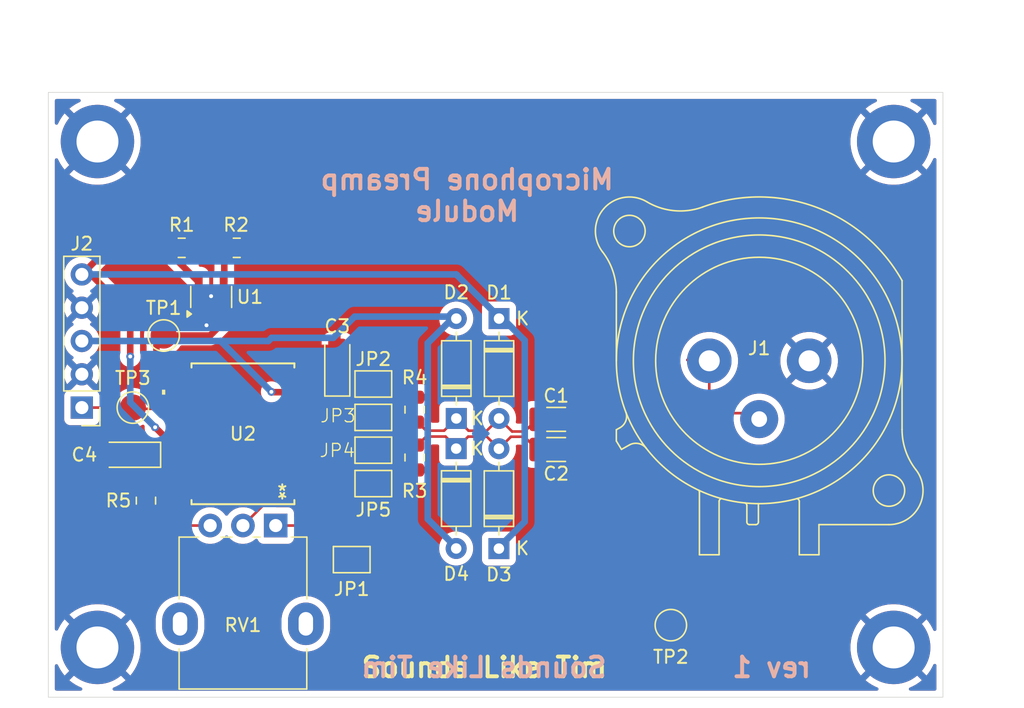
<source format=kicad_pcb>
(kicad_pcb (version 20241229) (generator "pcbnew") (generator_version "9.0")
  (title_block (title "PreAmp PCB") (date "2025-05-08") (rev "1"))
  (layers (0 "F.Cu" signal) (2 "B.Cu" signal) (13 "F.Paste" user) (15 "B.Paste" user) (5 "F.SilkS" user "F.Silkscreen") (7 "B.SilkS" user "B.Silkscreen") (1 "F.Mask" user) (3 "B.Mask" user) (25 "Edge.Cuts" user))
  (net 0 "")
  (net 1 "GND")
  (net 2 "-6V")
  (net 3 "6V")
  (net 4 "Out")
  (net 5 "Net-(U1--)")
  (net 6 "Net-(R5-Pad1)")
  (net 7 "Net-(U2-RG2)")
  (net 8 "Net-(U2-RG1)")
  (net 9 "1.6V")
  (net 18 "/In+")
  (net 19 "/In-")
  (net 20 "Net-(JP1-A)")
  (net 21 "/XLR+")
  (net 22 "/Cont+")
  (net 23 "/Cont-")
  (net 24 "/XLR-")
  (footprint "Capacitor_SMD:C_0805_2012Metric" (layer "F.Cu") (at 143.2 99.06 90)
    (property "Reference" "R4" (at 2.45 0 180) (layer "F.SilkS"))
    (property "Value" "2.2K")
    (fp_line (start -0.261252 -0.735) (end 0.261252 -0.735) (stroke (width 0.12)) (layer "F.SilkS"))
    (fp_line (start -0.261252 0.735) (end 0.261252 0.735) (stroke (width 0.12)) (layer "F.SilkS"))
    (pad "1" smd roundrect (at -0.95 0 90) (size 1 1.45) (layers "F.Cu" "F.Mask" "F.Paste") (net 22 "/Cont+"))
    (pad "2" smd roundrect (at 0.95 0 90) (size 1 1.45) (layers "F.Cu" "F.Mask" "F.Paste") (net 1 "GND"))
  )
  (footprint "TestPoint:TestPoint_Pad_D2.0mm" (layer "F.Cu") (at 124.052 93.4)
    (property "Reference" "TP1" (at 0 -2.1 0) (layer "F.SilkS"))
    (property "Value" "TestPoint")
    (fp_circle (center 0 0) (end 0 1.2) (stroke (width 0.12)) (fill no) (layer "F.SilkS"))
    (pad "1" smd circle (at 0 0) (size 2 2) (layers "F.Cu" "F.Mask") (net 9 "1.6V"))
  )
  (footprint "Potentiometer_THT:Potentiometer_Alpha_RD901F-40-00D_Single_Vertical" (layer "F.Cu") (at 132.6 107.9 -90)
    (property "Reference" "RV1" (at 7.6 2.5 180) (layer "F.SilkS"))
    (property "Value" "R_Potentiometer" (hide yes))
    (fp_line (start 0.88 7.37) (end 5.6 7.37) (stroke (width 0.12)) (layer "F.SilkS"))
    (fp_line (start 0.88 7.37) (end 0.88 5.88) (stroke (width 0.12)) (layer "F.SilkS"))
    (fp_line (start 9.41 7.37) (end 12.47 7.37) (stroke (width 0.12)) (layer "F.SilkS"))
    (fp_line (start 12.47 7.37) (end 12.47 -2.37) (stroke (width 0.12)) (layer "F.SilkS"))
    (fp_line (start 0.88 4.16) (end 0.88 3.33) (stroke (width 0.12)) (layer "F.SilkS"))
    (fp_line (start 0.88 1.71) (end 0.88 1.18) (stroke (width 0.12)) (layer "F.SilkS"))
    (fp_line (start 0.88 -1.19) (end 0.88 -2.37) (stroke (width 0.12)) (layer "F.SilkS"))
    (fp_line (start 9.41 -2.37) (end 12.47 -2.37) (stroke (width 0.12)) (layer "F.SilkS"))
    (fp_line (start 0.88 -2.38) (end 5.6 -2.38) (stroke (width 0.12)) (layer "F.SilkS"))
    (pad "" thru_hole oval (at 7.5 -2.3) (size 2.72 3.24) (drill oval 1.1 1.8) (layers "*.Cu" "*.Mask"))
    (pad "" thru_hole oval (at 7.5 7.3) (size 2.72 3.24) (drill oval 1.1 1.8) (layers "*.Cu" "*.Mask"))
    (pad "1" thru_hole rect (at 0 0) (size 1.8 1.8) (drill 1) (layers "*.Cu" "*.Mask") (net 20 "Net-(JP1-A)"))
    (pad "2" thru_hole circle (at 0 2.5) (size 1.8 1.8) (drill 1) (layers "*.Cu" "*.Mask") (net 8 "Net-(U2-RG1)"))
    (pad "3" thru_hole circle (at 0 5) (size 1.8 1.8) (drill 1) (layers "*.Cu" "*.Mask") (net 6 "Net-(R5-Pad1)"))
  )
  (footprint "Capacitor_SMD:C_0805_2012Metric" (layer "F.Cu") (at 122.7 106 90)
    (property "Reference" "R5" (at 0 -2.1 0) (layer "F.SilkS"))
    (property "Value" "27R")
    (fp_line (start -0.261252 -0.735) (end 0.261252 -0.735) (stroke (width 0.12)) (layer "F.SilkS"))
    (fp_line (start -0.261252 0.735) (end 0.261252 0.735) (stroke (width 0.12)) (layer "F.SilkS"))
    (pad "1" smd roundrect (at -0.95 0 90) (size 1 1.45) (layers "F.Cu" "F.Mask" "F.Paste") (net 6 "Net-(R5-Pad1)"))
    (pad "2" smd roundrect (at 0.95 0 90) (size 1 1.45) (layers "F.Cu" "F.Mask" "F.Paste") (net 7 "Net-(U2-RG2)"))
  )
  (footprint "Connector_Audio:Jack_XLR_Neutrik_NC3FAAV-0_Vertical" (layer "F.Cu") (at 173.3 95.33)
    (property "Reference" "J1" (at -3.81 -0.95 0) (layer "F.SilkS"))
    (property "Value" "XLR3")
    (fp_line (start -14.71 0) (end -14.71 -5.24) (stroke (width 0.12)) (layer "F.SilkS"))
    (fp_line (start -14.71 5.26) (end -14.44 5.11) (stroke (width 0.12)) (layer "F.SilkS"))
    (fp_line (start -14.71 6.12) (end -14.71 5.26) (stroke (width 0.12)) (layer "F.SilkS"))
    (fp_line (start -14.32 6.76) (end -14.71 6.12) (stroke (width 0.12)) (layer "F.SilkS"))
    (fp_line (start -13.71 6.42) (end -14.32 6.76) (stroke (width 0.12)) (layer "F.SilkS"))
    (fp_line (start -8.37 10.03) (end -8.37 14.8) (stroke (width 0.12)) (layer "F.SilkS"))
    (fp_line (start -6.87 14.8) (end -8.37 14.8) (stroke (width 0.12)) (layer "F.SilkS"))
    (fp_line (start -6.87 14.8) (end -6.87 10.73) (stroke (width 0.12)) (layer "F.SilkS"))
    (fp_line (start -4.75 11.04) (end -4.75 12.3) (stroke (width 0.12)) (layer "F.SilkS"))
    (fp_line (start -4.07 12.5) (end -4.55 12.5) (stroke (width 0.12)) (layer "F.SilkS"))
    (fp_line (start -3.87 10.9) (end -3.87 12.3) (stroke (width 0.12)) (layer "F.SilkS"))
    (fp_line (start -0.75 10.73) (end -0.75 10.73) (stroke (width 0.12)) (layer "F.SilkS"))
    (fp_line (start -0.75 14.8) (end -0.75 10.73) (stroke (width 0.12)) (layer "F.SilkS"))
    (fp_line (start 0.75 12.5) (end 6.09 12.5) (stroke (width 0.12)) (layer "F.SilkS"))
    (fp_line (start 0.75 14.8) (end -0.75 14.8) (stroke (width 0.12)) (layer "F.SilkS"))
    (fp_line (start 0.75 14.8) (end 0.75 12.5) (stroke (width 0.12)) (layer "F.SilkS"))
    (fp_line (start 7.09 5.24) (end 7.09 -6.12) (stroke (width 0.12)) (layer "F.SilkS"))
    (fp_arc (start -15.766689 -8.317569) (mid -14.98153 -6.866962) (end -14.71 -5.24) (stroke (width 0.12)) (layer "F.SilkS"))
    (fp_arc (start -15.761979 -8.309032) (mid -15.65429 -11.620911) (end -12.38 -12.13) (stroke (width 0.12)) (layer "F.SilkS"))
    (fp_arc (start -13.969214 3.951372) (mid -13.999461 4.614043) (end -14.44 5.11) (stroke (width 0.12)) (layer "F.SilkS"))
    (fp_arc (start -13.71 6.42) (mid -13.01025 6.315915) (end -12.412202 6.693832) (stroke (width 0.12)) (layer "F.SilkS"))
    (fp_arc (start -8.436364 9.870864) (mid -8.385177 9.942924) (end -8.37 10.03) (stroke (width 0.12)) (layer "F.SilkS"))
    (fp_arc (start -8.12905 -11.730738) (mid 0.51404 -11.7289) (end 7.09 -6.12) (stroke (width 0.12)) (layer "F.SilkS"))
    (fp_arc (start -8.118081 -11.733841) (mid -10.293498 -11.453642) (end -12.38 -12.13) (stroke (width 0.12)) (layer "F.SilkS"))
    (fp_arc (start -6.87 10.73) (mid -6.814828 10.588126) (end -6.678303 10.520799) (stroke (width 0.12)) (layer "F.SilkS"))
    (fp_arc (start -4.908418 10.84437) (mid -4.794571 10.914136) (end -4.75 11.04) (stroke (width 0.12)) (layer "F.SilkS"))
    (fp_arc (start -4.55 12.5) (mid -4.691421 12.441421) (end -4.75 12.3) (stroke (width 0.12)) (layer "F.SilkS"))
    (fp_arc (start -3.87 12.3) (mid -3.928579 12.441421) (end -4.07 12.5) (stroke (width 0.12)) (layer "F.SilkS"))
    (fp_arc (start -0.949009 10.520288) (mid -0.807671 10.585446) (end -0.75 10.73) (stroke (width 0.12)) (layer "F.SilkS"))
    (fp_arc (start 8.141619 8.302858) (mid 8.42587 11.041804) (end 6.09 12.5) (stroke (width 0.12)) (layer "F.SilkS"))
    (fp_arc (start 8.14247 8.305283) (mid 7.360446 6.860467) (end 7.09 5.24) (stroke (width 0.12)) (layer "F.SilkS"))
    (fp_circle (center -13.71 -9.9) (end -12.51 -9.9) (stroke (width 0.12)) (fill no) (layer "F.SilkS"))
    (fp_circle (center -3.81 0) (end 4.09 0) (stroke (width 0.12)) (fill no) (layer "F.SilkS"))
    (fp_circle (center -3.81 0) (end 5.79 0) (stroke (width 0.12)) (fill no) (layer "F.SilkS"))
    (fp_circle (center -3.81 0) (end 7.09 0) (stroke (width 0.12)) (fill no) (layer "F.SilkS"))
    (fp_circle (center 6.09 9.9) (end 7.29 9.9) (stroke (width 0.12)) (fill no) (layer "F.SilkS"))
    (pad "1" thru_hole circle (at 0 0) (size 3.4 3.4) (drill 1.6) (layers "*.Cu" "*.Mask") (net 1 "GND"))
    (pad "2" thru_hole circle (at -7.62 0) (size 3.4 3.4) (drill 1.6) (layers "*.Cu" "*.Mask") (net 21 "/XLR+"))
    (pad "3" thru_hole circle (at -3.81 4.45) (size 2.9 2.9) (drill 1.2) (layers "*.Cu" "*.Mask") (net 24 "/XLR-"))
  )
  (footprint "TestPoint:TestPoint_Pad_D2.0mm" (layer "F.Cu") (at 162.75 115.5)
    (property "Reference" "TP2" (at 0 2.424 0) (layer "F.SilkS"))
    (property "Value" "TestPoint")
    (fp_circle (center 0 0) (end 0 1.2) (stroke (width 0.12)) (fill no) (layer "F.SilkS"))
    (pad "1" smd circle (at 0 0) (size 2 2) (layers "F.Cu" "F.Mask") (net 1 "GND"))
  )
  (footprint "Jumper:SolderJumper-2_P1.3mm_Open_Pad1.0x1.5mm" (layer "F.Cu") (at 140.05 104.7)
    (property "Reference" "JP5" (at 0 2 0) (layer "F.SilkS"))
    (property "Value" "SolderJumper_2_Open")
    (fp_line (start -1.4 -1) (end 1.4 -1) (stroke (width 0.12)) (layer "F.SilkS"))
    (fp_line (start -1.4 1) (end -1.4 -1) (stroke (width 0.12)) (layer "F.SilkS"))
    (fp_line (start 1.4 -1) (end 1.4 1) (stroke (width 0.12)) (layer "F.SilkS"))
    (fp_line (start 1.4 1) (end -1.4 1) (stroke (width 0.12)) (layer "F.SilkS"))
    (pad "1" smd rect (at -0.65 0) (size 1 1.5) (layers "F.Cu" "F.Mask") (net 19 "/In-"))
    (pad "2" smd rect (at 0.65 0) (size 1 1.5) (layers "F.Cu" "F.Mask") (net 23 "/Cont-"))
  )
  (footprint "Capacitor_SMD:C_0805_2012Metric" (layer "F.Cu") (at 129.628 86.71)
    (property "Reference" "R2" (at -0.05 -1.75 180) (layer "F.SilkS"))
    (property "Value" "12K")
    (fp_line (start -0.261252 -0.735) (end 0.261252 -0.735) (stroke (width 0.12)) (layer "F.SilkS"))
    (fp_line (start -0.261252 0.735) (end 0.261252 0.735) (stroke (width 0.12)) (layer "F.SilkS"))
    (pad "1" smd roundrect (at -0.95 0) (size 1 1.45) (layers "F.Cu" "F.Mask" "F.Paste") (net 5 "Net-(U1--)"))
    (pad "2" smd roundrect (at 0.95 0) (size 1 1.45) (layers "F.Cu" "F.Mask" "F.Paste") (net 1 "GND"))
  )
  (footprint "Capacitor_Tantalum_SMD:CP_EIA-3216-18_Kemet-A" (layer "F.Cu") (at 137.3 95.7 90)
    (property "Reference" "C3" (at 3 0 180) (layer "F.SilkS"))
    (property "Value" "0.1uF")
    (fp_line (start 1.6 -0.955) (end -2.32 -0.955) (stroke (width 0.12)) (layer "F.SilkS"))
    (fp_line (start -2.32 -0.955) (end -2.32 0.955) (stroke (width 0.12)) (layer "F.SilkS"))
    (fp_line (start -2.32 0.955) (end 1.6 0.955) (stroke (width 0.12)) (layer "F.SilkS"))
    (pad "1" smd roundrect (at -1.3525 0 90) (size 1.415 1.39) (layers "F.Cu" "F.Mask" "F.Paste") (roundrect_rratio 0.179856) (net 2 "-6V"))
    (pad "2" smd roundrect (at 1.3525 0 90) (size 1.415 1.39) (layers "F.Cu" "F.Mask" "F.Paste") (roundrect_rratio 0.179856) (net 1 "GND"))
  )
  (footprint "MountingHole:MountingHole_3.2mm_M3_DIN965_Pad_TopBottom" (layer "F.Cu") (at 179.75 78.6)
    (property "Reference" "H4" (hide yes))
    (property "Value" "MountingHole_Pad")
    (pad "1" thru_hole circle (at 0 0) (size 3.6 3.6) (drill 3.2) (layers "*.Cu" "*.Mask") (net 1 "GND"))
    (pad "1" connect circle (at 0 0) (size 5.6 5.6) (layers "F.Cu" "F.Mask") (net 1 "GND"))
    (pad "1" connect circle (at 0 0) (size 5.6 5.6) (layers "B.Cu" "B.Mask") (net 1 "GND"))
  )
  (footprint "Jumper:SolderJumper-2_P1.3mm_Open_Pad1.0x1.5mm" (layer "F.Cu") (at 140.05 102.15)
    (property "Reference" "JP4" (at -2.75 0.025 0) (layer "F.SilkS") (effects (font (thickness 0.1))))
    (property "Value" "SolderJumper_2_Open")
    (fp_line (start -1.4 -1) (end 1.4 -1) (stroke (width 0.12)) (layer "F.SilkS"))
    (fp_line (start -1.4 1) (end -1.4 -1) (stroke (width 0.12)) (layer "F.SilkS"))
    (fp_line (start 1.4 -1) (end 1.4 1) (stroke (width 0.12)) (layer "F.SilkS"))
    (fp_line (start 1.4 1) (end -1.4 1) (stroke (width 0.12)) (layer "F.SilkS"))
    (pad "1" smd rect (at -0.65 0) (size 1 1.5) (layers "F.Cu" "F.Mask") (net 19 "/In-"))
    (pad "2" smd rect (at 0.65 0) (size 1 1.5) (layers "F.Cu" "F.Mask") (net 23 "/Cont-"))
  )
  (footprint "Diode_THT:D_DO-35_SOD27_P7.62mm_Horizontal" (layer "F.Cu") (at 146.37 102.03 -90)
    (property "Reference" "D4" (at 9.56 0 0) (layer "F.SilkS"))
    (property "Value" "1N4148W")
    (fp_line (start 1.69 1.12) (end 5.93 1.12) (stroke (width 0.12)) (layer "F.SilkS"))
    (fp_line (start 5.93 1.12) (end 5.93 -1.12) (stroke (width 0.12)) (layer "F.SilkS"))
    (fp_line (start 1.04 0) (end 1.69 0) (stroke (width 0.12)) (layer "F.SilkS"))
    (fp_line (start 6.58 0) (end 5.93 0) (stroke (width 0.12)) (layer "F.SilkS"))
    (fp_line (start 1.69 -1.12) (end 1.69 1.12) (stroke (width 0.12)) (layer "F.SilkS"))
    (fp_line (start 2.29 -1.12) (end 2.29 1.12) (stroke (width 0.12)) (layer "F.SilkS"))
    (fp_line (start 2.41 -1.12) (end 2.41 1.12) (stroke (width 0.12)) (layer "F.SilkS"))
    (fp_line (start 2.53 -1.12) (end 2.53 1.12) (stroke (width 0.12)) (layer "F.SilkS"))
    (fp_line (start 5.93 -1.12) (end 1.69 -1.12) (stroke (width 0.12)) (layer "F.SilkS"))
    (fp_text user "K" (at 0 -1.6 0) (layer "F.SilkS"))
    (pad "1" thru_hole rect (at 0 0 270) (size 1.6 1.6) (drill 0.8) (layers "*.Cu" "*.Mask") (net 23 "/Cont-"))
    (pad "2" thru_hole oval (at 7.62 0 270) (size 1.6 1.6) (drill 0.8) (layers "*.Cu" "*.Mask") (net 2 "-6V"))
  )
  (footprint "Diode_THT:D_DO-35_SOD27_P7.62mm_Horizontal" (layer "F.Cu") (at 146.38 99.73 90)
    (property "Reference" "D2" (at 9.62 0 180) (layer "F.SilkS"))
    (property "Value" "1N4148W")
    (fp_line (start 5.93 -1.12) (end 1.69 -1.12) (stroke (width 0.12)) (layer "F.SilkS"))
    (fp_line (start 2.53 -1.12) (end 2.53 1.12) (stroke (width 0.12)) (layer "F.SilkS"))
    (fp_line (start 2.41 -1.12) (end 2.41 1.12) (stroke (width 0.12)) (layer "F.SilkS"))
    (fp_line (start 2.29 -1.12) (end 2.29 1.12) (stroke (width 0.12)) (layer "F.SilkS"))
    (fp_line (start 1.69 -1.12) (end 1.69 1.12) (stroke (width 0.12)) (layer "F.SilkS"))
    (fp_line (start 6.58 0) (end 5.93 0) (stroke (width 0.12)) (layer "F.SilkS"))
    (fp_line (start 1.04 0) (end 1.69 0) (stroke (width 0.12)) (layer "F.SilkS"))
    (fp_line (start 5.93 1.12) (end 5.93 -1.12) (stroke (width 0.12)) (layer "F.SilkS"))
    (fp_line (start 1.69 1.12) (end 5.93 1.12) (stroke (width 0.12)) (layer "F.SilkS"))
    (fp_text user "K" (at 0 1.6 180) (layer "F.SilkS"))
    (pad "1" thru_hole rect (at 0 0 90) (size 1.6 1.6) (drill 0.8) (layers "*.Cu" "*.Mask") (net 22 "/Cont+"))
    (pad "2" thru_hole oval (at 7.62 0 90) (size 1.6 1.6) (drill 0.8) (layers "*.Cu" "*.Mask") (net 2 "-6V"))
  )
  (footprint "Package_TO_SOT_SMD:SOT-23-5" (layer "F.Cu") (at 127.678 90.46 90)
    (property "Reference" "U1" (at 0 2.95 180) (layer "F.SilkS"))
    (property "Value" "TLV2371DBV")
    (fp_line (start 0 -1.56) (end 0.8 -1.56) (stroke (width 0.12)) (layer "F.SilkS"))
    (fp_line (start 0 -1.56) (end -0.8 -1.56) (stroke (width 0.12)) (layer "F.SilkS"))
    (fp_line (start 0 1.56) (end 0.8 1.56) (stroke (width 0.12)) (layer "F.SilkS"))
    (fp_line (start 0 1.56) (end -0.8 1.56) (stroke (width 0.12)) (layer "F.SilkS"))
    (fp_poly (pts (xy -1.3 -1.51) (xy -1.54 -1.84) (xy -1.06 -1.84)) (stroke (width 0.12)) (fill yes) (layer "F.SilkS"))
    (pad "1" smd roundrect (at -1.1375 -0.95 90) (size 1.325 0.6) (layers "F.Cu" "F.Mask" "F.Paste") (net 9 "1.6V"))
    (pad "2" smd roundrect (at -1.1375 0 90) (size 1.325 0.6) (layers "F.Cu" "F.Mask" "F.Paste") (net 1 "GND"))
    (pad "3" smd roundrect (at -1.1375 0.95 90) (size 1.325 0.6) (layers "F.Cu" "F.Mask" "F.Paste") (net 9 "1.6V"))
    (pad "4" smd roundrect (at 1.1375 0.95 90) (size 1.325 0.6) (layers "F.Cu" "F.Mask" "F.Paste") (net 5 "Net-(U1--)"))
    (pad "5" smd roundrect (at 1.1375 -0.95 90) (size 1.325 0.6) (layers "F.Cu" "F.Mask" "F.Paste") (net 3 "6V"))
  )
  (footprint "Capacitor_SMD:C_0805_2012Metric" (layer "F.Cu") (at 125.428 86.71)
    (property "Reference" "R1" (at 0 -1.75 180) (layer "F.SilkS"))
    (property "Value" "33K")
    (fp_line (start -0.261252 -0.735) (end 0.261252 -0.735) (stroke (width 0.12)) (layer "F.SilkS"))
    (fp_line (start -0.261252 0.735) (end 0.261252 0.735) (stroke (width 0.12)) (layer "F.SilkS"))
    (pad "1" smd roundrect (at -0.95 0) (size 1 1.45) (layers "F.Cu" "F.Mask" "F.Paste") (net 3 "6V"))
    (pad "2" smd roundrect (at 0.95 0) (size 1 1.45) (layers "F.Cu" "F.Mask" "F.Paste") (net 5 "Net-(U1--)"))
  )
  (footprint "MountingHole:MountingHole_3.2mm_M3_DIN965_Pad_TopBottom" (layer "F.Cu") (at 179.75 117.2)
    (property "Reference" "H1" (hide yes))
    (property "Value" "MountingHole_Pad")
    (pad "1" thru_hole circle (at 0 0) (size 3.6 3.6) (drill 3.2) (layers "*.Cu" "*.Mask") (net 1 "GND"))
    (pad "1" connect circle (at 0 0) (size 5.6 5.6) (layers "F.Cu" "F.Mask") (net 1 "GND"))
    (pad "1" connect circle (at 0 0) (size 5.6 5.6) (layers "B.Cu" "B.Mask") (net 1 "GND"))
  )
  (footprint "INA217:DW16" (layer "F.Cu") (at 130.1 100.9 180)
    (property "Reference" "U2" (at 0 0 0) (layer "F.SilkS"))
    (property "Value" "INA217AIDWR" (hide yes))
    (fp_line (start 3.9243 5.3721) (end 3.9243 5.05674) (stroke (width 0.1524)) (layer "F.SilkS"))
    (fp_line (start 3.9243 -5.05674) (end 3.9243 -5.3721) (stroke (width 0.1524)) (layer "F.SilkS"))
    (fp_line (start 3.9243 -5.3721) (end -3.9243 -5.3721) (stroke (width 0.1524)) (layer "F.SilkS"))
    (fp_line (start -3.9243 5.3721) (end 3.9243 5.3721) (stroke (width 0.1524)) (layer "F.SilkS"))
    (fp_line (start -3.9243 5.05674) (end -3.9243 5.3721) (stroke (width 0.1524)) (layer "F.SilkS"))
    (fp_line (start -3.9243 -5.3721) (end -3.9243 -5.05674) (stroke (width 0.1524)) (layer "F.SilkS"))
    (fp_poly (pts (xy 6.179299 2.9845) (xy 6.179299 3.3655) (xy 5.925299 3.3655) (xy 5.925299 2.9845)) (fill yes) (layer "F.SilkS"))
    (fp_text user "*" (at -3 -4.4 0) (layer "F.SilkS"))
    (fp_text user "*" (at -3 -4.4 180) (layer "F.SilkS"))
    (pad "1" smd rect (at -4.734301 -4.445 180) (size 1.873999 0.558) (layers "F.Cu" "F.Mask" "F.Paste"))
    (pad "2" smd rect (at -4.734301 -3.175 180) (size 1.873999 0.558) (layers "F.Cu" "F.Mask" "F.Paste") (net 8 "Net-(U2-RG1)"))
    (pad "3" smd rect (at -4.734301 -1.905 180) (size 1.873999 0.558) (layers "F.Cu" "F.Mask" "F.Paste"))
    (pad "4" smd rect (at -4.734301 -0.635 180) (size 1.873999 0.558) (layers "F.Cu" "F.Mask" "F.Paste") (net 19 "/In-"))
    (pad "5" smd rect (at -4.734301 0.635 180) (size 1.873999 0.558) (layers "F.Cu" "F.Mask" "F.Paste") (net 18 "/In+"))
    (pad "6" smd rect (at -4.734301 1.905 180) (size 1.873999 0.558) (layers "F.Cu" "F.Mask" "F.Paste"))
    (pad "7" smd rect (at -4.734301 3.175 180) (size 1.873999 0.558) (layers "F.Cu" "F.Mask" "F.Paste") (net 2 "-6V"))
    (pad "8" smd rect (at -4.734301 4.445 180) (size 1.873999 0.558) (layers "F.Cu" "F.Mask" "F.Paste"))
    (pad "9" smd rect (at 4.734301 4.445 180) (size 1.873999 0.558) (layers "F.Cu" "F.Mask" "F.Paste"))
    (pad "10" smd rect (at 4.734301 3.175 180) (size 1.873999 0.558) (layers "F.Cu" "F.Mask" "F.Paste") (net 9 "1.6V"))
    (pad "11" smd rect (at 4.734301 1.905 180) (size 1.873999 0.558) (layers "F.Cu" "F.Mask" "F.Paste") (net 4 "Out"))
    (pad "12" smd rect (at 4.734301 0.635 180) (size 1.873999 0.558) (layers "F.Cu" "F.Mask" "F.Paste"))
    (pad "13" smd rect (at 4.734301 -0.635 180) (size 1.873999 0.558) (layers "F.Cu" "F.Mask" "F.Paste") (net 3 "6V"))
    (pad "14" smd rect (at 4.734301 -1.905 180) (size 1.873999 0.558) (layers "F.Cu" "F.Mask" "F.Paste"))
    (pad "15" smd rect (at 4.734301 -3.175 180) (size 1.873999 0.558) (layers "F.Cu" "F.Mask" "F.Paste") (net 7 "Net-(U2-RG2)"))
    (pad "16" smd rect (at 4.734301 -4.445 180) (size 1.873999 0.558) (layers "F.Cu" "F.Mask" "F.Paste"))
  )
  (footprint "Capacitor_SMD:C_1206_3216Metric" (layer "F.Cu") (at 154 102.1 180)
    (property "Reference" "C2" (at 0 -1.85 180) (layer "F.SilkS"))
    (property "Value" "47uF")
    (fp_line (start -0.711252 0.91) (end 0.711252 0.91) (stroke (width 0.12)) (layer "F.SilkS"))
    (fp_line (start -0.711252 -0.91) (end 0.711252 -0.91) (stroke (width 0.12)) (layer "F.SilkS"))
    (pad "1" smd roundrect (at -1.475 0 180) (size 1.15 1.8) (layers "F.Cu" "F.Mask" "F.Paste") (roundrect_rratio 0.217391) (net 24 "/XLR-"))
    (pad "2" smd roundrect (at 1.475 0 180) (size 1.15 1.8) (layers "F.Cu" "F.Mask" "F.Paste") (roundrect_rratio 0.217391) (net 23 "/Cont-"))
  )
  (footprint "Jumper:SolderJumper-2_P1.3mm_Open_Pad1.0x1.5mm" (layer "F.Cu") (at 140.05 97.1)
    (property "Reference" "JP2" (at 0 -1.9 0) (layer "F.SilkS"))
    (property "Value" "SolderJumper_2_Open")
    (fp_line (start -1.4 -1) (end 1.4 -1) (stroke (width 0.12)) (layer "F.SilkS"))
    (fp_line (start -1.4 1) (end -1.4 -1) (stroke (width 0.12)) (layer "F.SilkS"))
    (fp_line (start 1.4 -1) (end 1.4 1) (stroke (width 0.12)) (layer "F.SilkS"))
    (fp_line (start 1.4 1) (end -1.4 1) (stroke (width 0.12)) (layer "F.SilkS"))
    (pad "1" smd rect (at -0.65 0) (size 1 1.5) (layers "F.Cu" "F.Mask") (net 18 "/In+"))
    (pad "2" smd rect (at 0.65 0) (size 1 1.5) (layers "F.Cu" "F.Mask") (net 22 "/Cont+"))
  )
  (footprint "Connector_PinHeader_2.54mm:PinHeader_1x05_P2.54mm_Vertical" (layer "F.Cu") (at 117.808 98.9 180)
    (property "Reference" "J2" (at 0 12.5 0) (layer "F.SilkS"))
    (property "Value" "Conn_01x05_Pin")
    (fp_line (start 1.38 1.27) (end 1.38 11.54) (stroke (width 0.12)) (layer "F.SilkS"))
    (fp_line (start -1.38 11.54) (end 1.38 11.54) (stroke (width 0.12)) (layer "F.SilkS"))
    (fp_line (start -1.38 1.27) (end 1.38 1.27) (stroke (width 0.12)) (layer "F.SilkS"))
    (fp_line (start -1.38 1.27) (end -1.38 11.54) (stroke (width 0.12)) (layer "F.SilkS"))
    (fp_line (start -1.38 0) (end -1.38 -1.38) (stroke (width 0.12)) (layer "F.SilkS"))
    (fp_line (start -1.38 -1.38) (end 0 -1.38) (stroke (width 0.12)) (layer "F.SilkS"))
    (pad "1" thru_hole rect (at 0 0 180) (size 1.7 1.7) (drill 1) (layers "*.Cu" "*.Mask") (net 4 "Out"))
    (pad "2" thru_hole circle (at 0 2.54 180) (size 1.7 1.7) (drill 1) (layers "*.Cu" "*.Mask") (net 1 "GND"))
    (pad "3" thru_hole circle (at 0 5.08 180) (size 1.7 1.7) (drill 1) (layers "*.Cu" "*.Mask") (net 2 "-6V"))
    (pad "4" thru_hole circle (at 0 7.62 180) (size 1.7 1.7) (drill 1) (layers "*.Cu" "*.Mask") (net 1 "GND"))
    (pad "5" thru_hole circle (at 0 10.16 180) (size 1.7 1.7) (drill 1) (layers "*.Cu" "*.Mask") (net 3 "6V"))
  )
  (footprint "Diode_THT:D_DO-35_SOD27_P7.62mm_Horizontal" (layer "F.Cu") (at 149.64 92.11 -90)
    (property "Reference" "D1" (at -1.98 0 180) (layer "F.SilkS"))
    (property "Value" "1N4148W")
    (fp_line (start 1.69 1.12) (end 5.93 1.12) (stroke (width 0.12)) (layer "F.SilkS"))
    (fp_line (start 5.93 1.12) (end 5.93 -1.12) (stroke (width 0.12)) (layer "F.SilkS"))
    (fp_line (start 1.04 0) (end 1.69 0) (stroke (width 0.12)) (layer "F.SilkS"))
    (fp_line (start 6.58 0) (end 5.93 0) (stroke (width 0.12)) (layer "F.SilkS"))
    (fp_line (start 1.69 -1.12) (end 1.69 1.12) (stroke (width 0.12)) (layer "F.SilkS"))
    (fp_line (start 2.29 -1.12) (end 2.29 1.12) (stroke (width 0.12)) (layer "F.SilkS"))
    (fp_line (start 2.41 -1.12) (end 2.41 1.12) (stroke (width 0.12)) (layer "F.SilkS"))
    (fp_line (start 2.53 -1.12) (end 2.53 1.12) (stroke (width 0.12)) (layer "F.SilkS"))
    (fp_line (start 5.93 -1.12) (end 1.69 -1.12) (stroke (width 0.12)) (layer "F.SilkS"))
    (fp_text user "K" (at 0 -1.8 180) (layer "F.SilkS"))
    (pad "1" thru_hole rect (at 0 0 270) (size 1.6 1.6) (drill 0.8) (layers "*.Cu" "*.Mask") (net 3 "6V"))
    (pad "2" thru_hole oval (at 7.62 0 270) (size 1.6 1.6) (drill 0.8) (layers "*.Cu" "*.Mask") (net 22 "/Cont+"))
  )
  (footprint "Jumper:SolderJumper-2_P1.3mm_Open_Pad1.0x1.5mm" (layer "F.Cu") (at 140.05 99.65)
    (property "Reference" "JP3" (at -2.7 -0.125 0) (layer "F.SilkS") (effects (font (thickness 0.1))))
    (property "Value" "SolderJumper_2_Open")
    (fp_line (start -1.4 -1) (end 1.4 -1) (stroke (width 0.12)) (layer "F.SilkS"))
    (fp_line (start -1.4 1) (end -1.4 -1) (stroke (width 0.12)) (layer "F.SilkS"))
    (fp_line (start 1.4 -1) (end 1.4 1) (stroke (width 0.12)) (layer "F.SilkS"))
    (fp_line (start 1.4 1) (end -1.4 1) (stroke (width 0.12)) (layer "F.SilkS"))
    (pad "1" smd rect (at -0.65 0) (size 1 1.5) (layers "F.Cu" "F.Mask") (net 18 "/In+"))
    (pad "2" smd rect (at 0.65 0) (size 1 1.5) (layers "F.Cu" "F.Mask") (net 22 "/Cont+"))
  )
  (footprint "TestPoint:TestPoint_Pad_D2.0mm" (layer "F.Cu") (at 121.7 98.9)
    (property "Reference" "TP3" (at 0 -2.25 0) (layer "F.SilkS"))
    (property "Value" "TestPoint")
    (fp_circle (center 0 0) (end 0 1.2) (stroke (width 0.12)) (fill no) (layer "F.SilkS"))
    (pad "1" smd circle (at 0 0) (size 2 2) (layers "F.Cu" "F.Mask") (net 4 "Out"))
  )
  (footprint "MountingHole:MountingHole_3.2mm_M3_DIN965_Pad_TopBottom" (layer "F.Cu") (at 119 117.2)
    (property "Reference" "H2" (hide yes))
    (property "Value" "MountingHole_Pad")
    (pad "1" thru_hole circle (at 0 0) (size 3.6 3.6) (drill 3.2) (layers "*.Cu" "*.Mask") (net 1 "GND"))
    (pad "1" connect circle (at 0 0) (size 5.6 5.6) (layers "F.Cu" "F.Mask") (net 1 "GND"))
    (pad "1" connect circle (at 0 0) (size 5.6 5.6) (layers "B.Cu" "B.Mask") (net 1 "GND"))
  )
  (footprint "Capacitor_SMD:C_1206_3216Metric" (layer "F.Cu") (at 154 99.8 180)
    (property "Reference" "C1" (at 0 1.8 180) (layer "F.SilkS"))
    (property "Value" "47uF")
    (fp_line (start -0.711252 0.91) (end 0.711252 0.91) (stroke (width 0.12)) (layer "F.SilkS"))
    (fp_line (start -0.711252 -0.91) (end 0.711252 -0.91) (stroke (width 0.12)) (layer "F.SilkS"))
    (pad "1" smd roundrect (at -1.475 0 180) (size 1.15 1.8) (layers "F.Cu" "F.Mask" "F.Paste") (roundrect_rratio 0.217391) (net 21 "/XLR+"))
    (pad "2" smd roundrect (at 1.475 0 180) (size 1.15 1.8) (layers "F.Cu" "F.Mask" "F.Paste") (roundrect_rratio 0.217391) (net 22 "/Cont+"))
  )
  (footprint "MountingHole:MountingHole_3.2mm_M3_DIN965_Pad_TopBottom" (layer "F.Cu") (at 119 78.6)
    (property "Reference" "H3" (hide yes))
    (property "Value" "MountingHole_Pad")
    (pad "1" thru_hole circle (at 0 0) (size 3.6 3.6) (drill 3.2) (layers "*.Cu" "*.Mask") (net 1 "GND"))
    (pad "1" connect circle (at 0 0) (size 5.6 5.6) (layers "F.Cu" "F.Mask") (net 1 "GND"))
    (pad "1" connect circle (at 0 0) (size 5.6 5.6) (layers "B.Cu" "B.Mask") (net 1 "GND"))
  )
  (footprint "Capacitor_SMD:C_0805_2012Metric" (layer "F.Cu") (at 143.2 102.71 -90)
    (property "Reference" "R3" (at 2.55 0 180) (layer "F.SilkS"))
    (property "Value" "2.2K")
    (fp_line (start -0.261252 0.735) (end 0.261252 0.735) (stroke (width 0.12)) (layer "F.SilkS"))
    (fp_line (start -0.261252 -0.735) (end 0.261252 -0.735) (stroke (width 0.12)) (layer "F.SilkS"))
    (pad "1" smd roundrect (at -0.95 0 270) (size 1 1.45) (layers "F.Cu" "F.Mask" "F.Paste") (net 23 "/Cont-"))
    (pad "2" smd roundrect (at 0.95 0 270) (size 1 1.45) (layers "F.Cu" "F.Mask" "F.Paste") (net 1 "GND"))
  )
  (footprint "Capacitor_Tantalum_SMD:CP_EIA-3216-18_Kemet-A" (layer "F.Cu") (at 121.5 102.5 180)
    (property "Reference" "C4" (at 3.5 0 0) (layer "F.SilkS"))
    (property "Value" "0.1uF")
    (fp_line (start 1.6 -0.955) (end -2.32 -0.955) (stroke (width 0.12)) (layer "F.SilkS"))
    (fp_line (start -2.32 0.955) (end 1.6 0.955) (stroke (width 0.12)) (layer "F.SilkS"))
    (fp_line (start -2.32 -0.955) (end -2.32 0.955) (stroke (width 0.12)) (layer "F.SilkS"))
    (pad "1" smd roundrect (at -1.3525 0 180) (size 1.415 1.39) (layers "F.Cu" "F.Mask" "F.Paste") (roundrect_rratio 0.179856) (net 3 "6V"))
    (pad "2" smd roundrect (at 1.3525 0 180) (size 1.415 1.39) (layers "F.Cu" "F.Mask" "F.Paste") (roundrect_rratio 0.179856) (net 1 "GND"))
  )
  (footprint "Diode_THT:D_DO-35_SOD27_P7.62mm_Horizontal" (layer "F.Cu") (at 149.63 109.66 90)
    (property "Reference" "D3" (at -1.98 0 180) (layer "F.SilkS"))
    (property "Value" "1N4148W")
    (fp_line (start 5.93 -1.12) (end 1.69 -1.12) (stroke (width 0.12)) (layer "F.SilkS"))
    (fp_line (start 2.53 -1.12) (end 2.53 1.12) (stroke (width 0.12)) (layer "F.SilkS"))
    (fp_line (start 2.41 -1.12) (end 2.41 1.12) (stroke (width 0.12)) (layer "F.SilkS"))
    (fp_line (start 2.29 -1.12) (end 2.29 1.12) (stroke (width 0.12)) (layer "F.SilkS"))
    (fp_line (start 1.69 -1.12) (end 1.69 1.12) (stroke (width 0.12)) (layer "F.SilkS"))
    (fp_line (start 6.58 0) (end 5.93 0) (stroke (width 0.12)) (layer "F.SilkS"))
    (fp_line (start 1.04 0) (end 1.69 0) (stroke (width 0.12)) (layer "F.SilkS"))
    (fp_line (start 5.93 1.12) (end 5.93 -1.12) (stroke (width 0.12)) (layer "F.SilkS"))
    (fp_line (start 1.69 1.12) (end 5.93 1.12) (stroke (width 0.12)) (layer "F.SilkS"))
    (fp_text user "K" (at 0.02 1.8 180) (layer "F.SilkS"))
    (pad "1" thru_hole rect (at 0 0 90) (size 1.6 1.6) (drill 0.8) (layers "*.Cu" "*.Mask") (net 3 "6V"))
    (pad "2" thru_hole oval (at 7.62 0 90) (size 1.6 1.6) (drill 0.8) (layers "*.Cu" "*.Mask") (net 23 "/Cont-"))
  )
  (footprint "Jumper:SolderJumper-2_P1.3mm_Open_Pad1.0x1.5mm" (layer "F.Cu") (at 138.4 110.5)
    (property "Reference" "JP1" (at 0 2.25 0) (layer "F.SilkS"))
    (property "Value" "SolderJumper_2_Open" (hide yes))
    (fp_line (start -1.4 -1) (end 1.4 -1) (stroke (width 0.12)) (layer "F.SilkS"))
    (fp_line (start -1.4 1) (end -1.4 -1) (stroke (width 0.12)) (layer "F.SilkS"))
    (fp_line (start 1.4 -1) (end 1.4 1) (stroke (width 0.12)) (layer "F.SilkS"))
    (fp_line (start 1.4 1) (end -1.4 1) (stroke (width 0.12)) (layer "F.SilkS"))
    (pad "1" smd rect (at -0.65 0) (size 1 1.5) (layers "F.Cu" "F.Mask") (net 20 "Net-(JP1-A)"))
    (pad "2" smd rect (at 0.65 0) (size 1 1.5) (layers "F.Cu" "F.Mask") (net 1 "GND"))
  )
  (gr_rect (start 115.25 74.85) (end 183.51 121) (stroke (width 0.05)) (fill no) (layer "Edge.Cuts"))
  (gr_text "Sounds Like Tim" (at 139 119.6 0) (layer "F.SilkS") (effects (font (size 1.5 1.5) (thickness 0.3) (bold yes)) (justify left bottom)))
  (gr_text "Microphone Preamp\nModule" (at 147.2 84.8 0) (layer "B.SilkS") (effects (font (size 1.5 1.5) (thickness 0.3) (bold yes)) (justify bottom mirror)))
  (gr_text "rev 1" (at 173.6 119.6 0) (layer "B.SilkS") (effects (font (size 1.5 1.5) (thickness 0.3) (bold yes)) (justify left bottom mirror)))
  (gr_text "Sounds Like Tim" (at 158 119.6 0) (layer "B.SilkS") (effects (font (size 1.5 1.5) (thickness 0.3) (bold yes)) (justify left bottom mirror)))
  (segment (start 127.678 91.5975) (end 127.678 92.262) (width 0.2) (layer "F.Cu") (net 1))
  (segment (start 127.678 90.408) (end 127.67 90.4) (width 0.2) (layer "F.Cu") (net 1))
  (segment (start 127.678 91.5975) (end 127.678 90.408) (width 0.2) (layer "F.Cu") (net 1))
  (segment (start 127.678 92.262) (end 127.32 92.62) (width 0.2) (layer "F.Cu") (net 1))
  (via (at 127.67 90.4) (size 0.6) (drill 0.3) (layers "F.Cu" "B.Cu") (net 1))
  (via (at 127.32 92.62) (size 0.6) (drill 0.3) (layers "F.Cu" "B.Cu") (net 1))
  (segment (start 136.225 97.725) (end 137.3 96.65) (width 0.5) (layer "F.Cu") (net 2))
  (segment (start 132.295 97.725) (end 132.27 97.7) (width 0.5) (layer "F.Cu") (net 2))
  (segment (start 134.834301 97.725) (end 136.225 97.725) (width 0.5) (layer "F.Cu") (net 2))
  (segment (start 117.808 93.82) (end 117.928 93.7) (width 0.5) (layer "F.Cu") (net 2))
  (segment (start 134.834301 97.725) (end 132.295 97.725) (width 0.5) (layer "F.Cu") (net 2))
  (via (at 132.27 97.7) (size 0.6) (drill 0.3) (layers "F.Cu" "B.Cu") (net 2))
  (segment (start 146.22 91.96) (end 144.2 93.98) (width 0.5) (layer "B.Cu") (net 2))
  (segment (start 144.2 107.4) (end 146.4 109.6) (width 0.5) (layer "B.Cu") (net 2))
  (segment (start 117.808 93.82) (end 128.4 93.82) (width 0.5) (layer "B.Cu") (net 2))
  (segment (start 132.28 93.58) (end 137 93.58) (width 0.5) (layer "B.Cu") (net 2))
  (segment (start 128.4 93.83) (end 128.4 93.82) (width 0.5) (layer "B.Cu") (net 2))
  (segment (start 138.62 91.96) (end 146.22 91.96) (width 0.5) (layer "B.Cu") (net 2))
  (segment (start 128.4 93.82) (end 132.04 93.82) (width 0.5) (layer "B.Cu") (net 2))
  (segment (start 132.04 93.82) (end 132.28 93.58) (width 0.5) (layer "B.Cu") (net 2))
  (segment (start 132.27 97.7) (end 128.4 93.83) (width 0.5) (layer "B.Cu") (net 2))
  (segment (start 137 93.58) (end 138.62 91.96) (width 0.5) (layer "B.Cu") (net 2))
  (segment (start 144.2 93.98) (end 144.2 107.4) (width 0.5) (layer "B.Cu") (net 2))
  (segment (start 125.365699 101.535) (end 123.8175 101.535) (width 0.5) (layer "F.Cu") (net 3))
  (segment (start 124.478 86.71) (end 124.478 87.0725) (width 0.5) (layer "F.Cu") (net 3))
  (segment (start 117.808 88.74) (end 118.49 88.74) (width 0.5) (layer "F.Cu") (net 3))
  (segment (start 117.808 88.74) (end 119.838 86.71) (width 0.5) (layer "F.Cu") (net 3))
  (segment (start 124.535 101.535) (end 125.365699 101.535) (width 0.5) (layer "F.Cu") (net 3))
  (segment (start 123.35 100.45) (end 123.4 100.4) (width 0.5) (layer "F.Cu") (net 3))
  (segment (start 121.5 91.75) (end 121.5 95) (width 0.5) (layer "F.Cu") (net 3))
  (segment (start 120.75 91) (end 121.5 91.75) (width 0.5) (layer "F.Cu") (net 3))
  (segment (start 119.838 86.71) (end 124.478 86.71) (width 0.5) (layer "F.Cu") (net 3))
  (segment (start 123.4 100.4) (end 124.535 101.535) (width 0.5) (layer "F.Cu") (net 3))
  (segment (start 125.350699 101.55) (end 125.365699 101.535) (width 0.2) (layer "F.Cu") (net 3))
  (segment (start 123.8175 101.535) (end 122.8525 102.5) (width 0.5) (layer "F.Cu") (net 3))
  (segment (start 124.478 87.0725) (end 126.728 89.3225) (width 0.5) (layer "F.Cu") (net 3))
  (segment (start 118.49 88.74) (end 120.75 91) (width 0.5) (layer "F.Cu") (net 3))
  (via (at 123.4 100.4) (size 0.6) (drill 0.3) (layers "F.Cu" "B.Cu") (net 3))
  (via (at 121.5 95) (size 0.6) (drill 0.3) (layers "F.Cu" "B.Cu") (net 3))
  (segment (start 121.5 98.5) (end 121.5 95) (width 0.5) (layer "B.Cu") (net 3))
  (segment (start 151.6 107.6) (end 149.6 109.6) (width 0.5) (layer "B.Cu") (net 3))
  (segment (start 123.4 100.4) (end 121.5 98.5) (width 0.5) (layer "B.Cu") (net 3))
  (segment (start 149.8 91.98) (end 151.6 93.78) (width 0.5) (layer "B.Cu") (net 3))
  (segment (start 149.6 91.98) (end 149.8 91.98) (width 0.5) (layer "B.Cu") (net 3))
  (segment (start 146.445 88.805) (end 149.6 91.96) (width 0.5) (layer "B.Cu") (net 3))
  (segment (start 149.6 91.96) (end 149.6 91.98) (width 0.2) (layer "B.Cu") (net 3))
  (segment (start 151.6 93.78) (end 151.6 107.6) (width 0.5) (layer "B.Cu") (net 3))
  (segment (start 146.38 88.74) (end 146.445 88.805) (width 0.5) (layer "B.Cu") (net 3))
  (segment (start 117.808 88.74) (end 146.38 88.74) (width 0.5) (layer "B.Cu") (net 3))
  (segment (start 121.7 98.9) (end 117.808 98.9) (width 0.2) (layer "F.Cu") (net 4))
  (segment (start 125.365699 98.995) (end 121.795 98.995) (width 0.2) (layer "F.Cu") (net 4))
  (segment (start 121.795 98.995) (end 121.7 98.9) (width 0.2) (layer "F.Cu") (net 4))
  (segment (start 128.678 89.2725) (end 128.628 89.3225) (width 0.5) (layer "F.Cu") (net 5))
  (segment (start 128.678 86.71) (end 128.678 89.2725) (width 0.5) (layer "F.Cu") (net 5))
  (segment (start 126.378 86.71) (end 128.678 86.71) (width 0.5) (layer "F.Cu") (net 5))
  (segment (start 122.7 106.95) (end 123.65 107.9) (width 0.2) (layer "F.Cu") (net 6))
  (segment (start 123.65 107.9) (end 127.6 107.9) (width 0.2) (layer "F.Cu") (net 6))
  (segment (start 122.7 105.6) (end 122.7 105.5) (width 0.2) (layer "F.Cu") (net 7))
  (segment (start 125.365699 104.075) (end 124.555 104.075) (width 0.2) (layer "F.Cu") (net 7))
  (segment (start 123.58 105.05) (end 122.7 105.05) (width 0.2) (layer "F.Cu") (net 7))
  (segment (start 124.555 104.075) (end 123.58 105.05) (width 0.2) (layer "F.Cu") (net 7))
  (segment (start 130.1 107.9) (end 133.925 104.075) (width 0.2) (layer "F.Cu") (net 8))
  (segment (start 133.925 104.075) (end 134.834301 104.075) (width 0.2) (layer "F.Cu") (net 8))
  (segment (start 124.052 93.4) (end 123.5 93.952) (width 0.5) (layer "F.Cu") (net 9))
  (segment (start 124.052 93.4) (end 127.6 93.4) (width 0.5) (layer "F.Cu") (net 9))
  (segment (start 123.5 93.952) (end 123.5 96.9) (width 0.5) (layer "F.Cu") (net 9))
  (segment (start 124.325 97.725) (end 125.365699 97.725) (width 0.5) (layer "F.Cu") (net 9))
  (segment (start 123.5 96.9) (end 124.325 97.725) (width 0.5) (layer "F.Cu") (net 9))
  (segment (start 125.8545 91.5975) (end 124.052 93.4) (width 0.5) (layer "F.Cu") (net 9))
  (segment (start 126.728 91.5975) (end 125.8545 91.5975) (width 0.5) (layer "F.Cu") (net 9))
  (segment (start 127.6 93.4) (end 128.628 92.372) (width 0.5) (layer "F.Cu") (net 9))
  (segment (start 124.052 93.4) (end 124.152 93.5) (width 0.5) (layer "F.Cu") (net 9))
  (segment (start 128.628 92.372) (end 128.628 91.5975) (width 0.5) (layer "F.Cu") (net 9))
  (segment (start 136.2398 100.265) (end 136.6498 100.675) (width 0.2) (layer "F.Cu") (net 18))
  (segment (start 134.834301 100.265) (end 136.2398 100.265) (width 0.2) (layer "F.Cu") (net 18))
  (segment (start 136.6498 100.675) (end 138.375 100.675) (width 0.2) (layer "F.Cu") (net 18))
  (segment (start 139.4 99.65) (end 138.375 100.675) (width 0.2) (layer "F.Cu") (net 18))
  (segment (start 139.4 99.65) (end 139.4 97.1) (width 0.2) (layer "F.Cu") (net 18))
  (segment (start 136.2398 101.535) (end 134.834301 101.535) (width 0.2) (layer "F.Cu") (net 19))
  (segment (start 136.6498 101.125) (end 136.2398 101.535) (width 0.2) (layer "F.Cu") (net 19))
  (segment (start 138.375 101.125) (end 136.6498 101.125) (width 0.2) (layer "F.Cu") (net 19))
  (segment (start 139.4 102.15) (end 139.4 104.7) (width 0.2) (layer "F.Cu") (net 19))
  (segment (start 139.4 102.15) (end 138.375 101.125) (width 0.2) (layer "F.Cu") (net 19))
  (segment (start 132.6 107.9) (end 135.15 107.9) (width 0.2) (layer "F.Cu") (net 20))
  (segment (start 135.15 107.9) (end 137.75 110.5) (width 0.2) (layer "F.Cu") (net 20))
  (segment (start 155.475 99.8) (end 156.825001 99.8) (width 0.2) (layer "F.Cu") (net 21))
  (segment (start 165.68 99.461801) (end 165.68 95.33) (width 0.2) (layer "F.Cu") (net 21))
  (segment (start 157.750001 100.725) (end 164.416801 100.725) (width 0.2) (layer "F.Cu") (net 21))
  (segment (start 164.416801 100.725) (end 165.68 99.461801) (width 0.2) (layer "F.Cu") (net 21))
  (segment (start 156.825001 99.8) (end 157.750001 100.725) (width 0.2) (layer "F.Cu") (net 21))
  (segment (start 164.09 95.18) (end 164 95.27) (width 0.2) (layer "F.Cu") (net 21))
  (segment (start 142.975 100.01) (end 143.2 100.01) (width 0.2) (layer "F.Cu") (net 22))
  (segment (start 140.7 99.65) (end 141.725 100.675) (width 0.2) (layer "F.Cu") (net 22))
  (segment (start 141.725 100.675) (end 142.31 100.675) (width 0.2) (layer "F.Cu") (net 22))
  (segment (start 148.44947 100.664999) (end 148.705001 100.664999) (width 0.2) (layer "F.Cu") (net 22))
  (segment (start 144.360001 100.659999) (end 145.450001 100.659999) (width 0.2) (layer "F.Cu") (net 22))
  (segment (start 143.2 100.01) (end 143.425 100.01) (width 0.2) (layer "F.Cu") (net 22))
  (segment (start 145.450001 100.659999) (end 146.38 99.73) (width 0.2) (layer "F.Cu") (net 22))
  (segment (start 147.61628 100.664999) (end 148.44947 100.664999) (width 0.2) (layer "F.Cu") (net 22))
  (segment (start 150.635 100.725) (end 149.64 99.73) (width 0.2) (layer "F.Cu") (net 22))
  (segment (start 142.31 100.675) (end 142.975 100.01) (width 0.2) (layer "F.Cu") (net 22))
  (segment (start 148.705001 100.664999) (end 149.64 99.73) (width 0.2) (layer "F.Cu") (net 22))
  (segment (start 146.38 99.73) (end 147.314999 100.664999) (width 0.2) (layer "F.Cu") (net 22))
  (segment (start 152.525 99.8) (end 151.6 100.725) (width 0.2) (layer "F.Cu") (net 22))
  (segment (start 144.36 100.66) (end 144.360001 100.659999) (width 0.2) (layer "F.Cu") (net 22))
  (segment (start 152.2 99.68) (end 152.05 99.68) (width 0.2) (layer "F.Cu") (net 22))
  (segment (start 140.7 99.65) (end 140.7 97.1) (width 0.2) (layer "F.Cu") (net 22))
  (segment (start 143.425 100.01) (end 144.075 100.66) (width 0.2) (layer "F.Cu") (net 22))
  (segment (start 151.6 100.725) (end 150.635 100.725) (width 0.2) (layer "F.Cu") (net 22))
  (segment (start 147.314999 100.664999) (end 147.61628 100.664999) (width 0.2) (layer "F.Cu") (net 22))
  (segment (start 144.075 100.66) (end 144.36 100.66) (width 0.2) (layer "F.Cu") (net 22))
  (segment (start 151.576 101.126) (end 150.549 101.126) (width 0.2) (layer "F.Cu") (net 23))
  (segment (start 143.2 101.76) (end 143.425 101.76) (width 0.2) (layer "F.Cu") (net 23))
  (segment (start 148.44947 101.115001) (end 148.705001 101.115001) (width 0.2) (layer "F.Cu") (net 23))
  (segment (start 144.074999 101.110001) (end 145.560001 101.110001) (width 0.2) (layer "F.Cu") (net 23))
  (segment (start 152.525 102.075) (end 151.576 101.126) (width 0.2) (layer "F.Cu") (net 23))
  (segment (start 147.61628 101.115001) (end 148.44947 101.115001) (width 0.2) (layer "F.Cu") (net 23))
  (segment (start 148.705001 101.115001) (end 149.63 102.04) (width 0.2) (layer "F.Cu") (net 23))
  (segment (start 146.37 102.03) (end 147.284999 101.115001) (width 0.2) (layer "F.Cu") (net 23))
  (segment (start 141.74 101.11) (end 142.325 101.11) (width 0.2) (layer "F.Cu") (net 23))
  (segment (start 142.325 101.11) (end 142.975 101.76) (width 0.2) (layer "F.Cu") (net 23))
  (segment (start 147.284999 101.115001) (end 147.61628 101.115001) (width 0.2) (layer "F.Cu") (net 23))
  (segment (start 146.37 101.92) (end 146.37 102.03) (width 0.2) (layer "F.Cu") (net 23))
  (segment (start 145.560001 101.110001) (end 146.37 101.92) (width 0.2) (layer "F.Cu") (net 23))
  (segment (start 142.975 101.76) (end 143.2 101.76) (width 0.2) (layer "F.Cu") (net 23))
  (segment (start 149.635 102.04) (end 149.63 102.04) (width 0.2) (layer "F.Cu") (net 23))
  (segment (start 143.425 101.76) (end 144.074999 101.110001) (width 0.2) (layer "F.Cu") (net 23))
  (segment (start 140.7 102.15) (end 141.74 101.11) (width 0.2) (layer "F.Cu") (net 23))
  (segment (start 150.549 101.126) (end 149.635 102.04) (width 0.2) (layer "F.Cu") (net 23))
  (segment (start 140.7 102.15) (end 140.7 104.7) (width 0.2) (layer "F.Cu") (net 23))
  (segment (start 152.525 102.1) (end 152.525 102.075) (width 0.2) (layer "F.Cu") (net 23))
  (segment (start 169.035 99.325) (end 169.49 99.78) (width 0.2) (layer "F.Cu") (net 24))
  (segment (start 166.453199 99.325) (end 169.035 99.325) (width 0.2) (layer "F.Cu") (net 24))
  (segment (start 157.750001 101.175) (end 164.603199 101.175) (width 0.2) (layer "F.Cu") (net 24))
  (segment (start 155.475 102.1) (end 156.825001 102.1) (width 0.2) (layer "F.Cu") (net 24))
  (segment (start 164.603199 101.175) (end 166.453199 99.325) (width 0.2) (layer "F.Cu") (net 24))
  (segment (start 156.825001 102.1) (end 157.750001 101.175) (width 0.2) (layer "F.Cu") (net 24))
  (zone (net 1) (net_name "GND") (layer "F.Cu") (connect_pads (clearance 0.5)) (min_thickness 0.25) (fill yes (thermal_gap 0.5) (thermal_bridge_width 0.5))
    (polygon (pts (xy 115.25 74.85) (xy 115.25 121) (xy 183.5 121) (xy 183.5 74.85)))
  )
  (zone (net 1) (net_name "GND") (layer "B.Cu") (priority 1) (connect_pads (clearance 0.5)) (min_thickness 0.25) (fill yes (thermal_gap 0.5) (thermal_bridge_width 0.5))
    (polygon (pts (xy 115.25 74.85) (xy 115.25 121) (xy 183.5 121) (xy 183.5 74.85)))
  )
)
</source>
